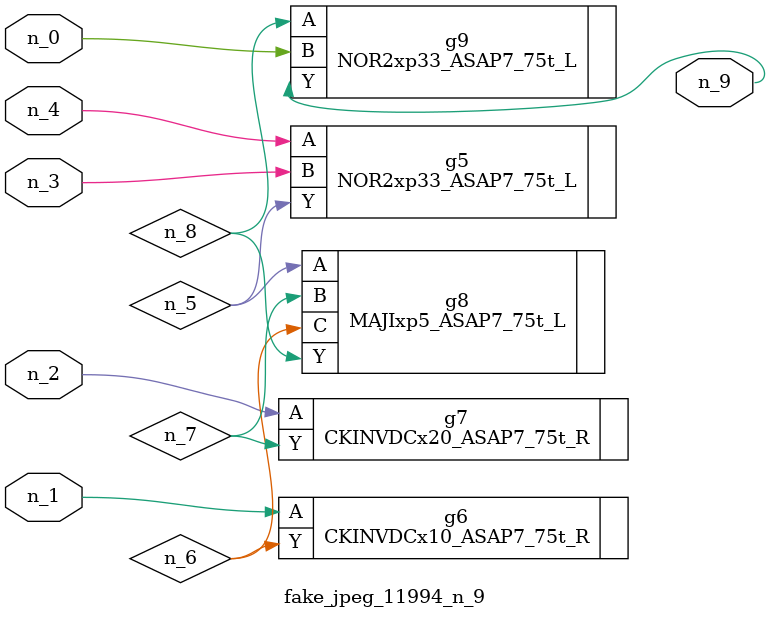
<source format=v>
module fake_jpeg_11994_n_9 (n_3, n_2, n_1, n_0, n_4, n_9);

input n_3;
input n_2;
input n_1;
input n_0;
input n_4;

output n_9;

wire n_8;
wire n_6;
wire n_5;
wire n_7;

NOR2xp33_ASAP7_75t_L g5 ( 
.A(n_4),
.B(n_3),
.Y(n_5)
);

CKINVDCx10_ASAP7_75t_R g6 ( 
.A(n_1),
.Y(n_6)
);

CKINVDCx20_ASAP7_75t_R g7 ( 
.A(n_2),
.Y(n_7)
);

MAJIxp5_ASAP7_75t_L g8 ( 
.A(n_5),
.B(n_7),
.C(n_6),
.Y(n_8)
);

NOR2xp33_ASAP7_75t_L g9 ( 
.A(n_8),
.B(n_0),
.Y(n_9)
);


endmodule
</source>
